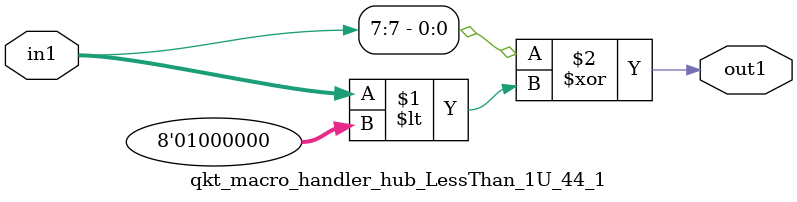
<source format=v>

`timescale 1ps / 1ps


module qkt_macro_handler_hub_LessThan_1U_44_1( in1, out1 );

    input [7:0] in1;
    output out1;

    
    // rtl_process:qkt_macro_handler_hub_LessThan_1U_44_1/qkt_macro_handler_hub_LessThan_1U_44_1_thread_1
    assign out1 = (in1[7] ^ in1 < 8'd064);

endmodule


</source>
